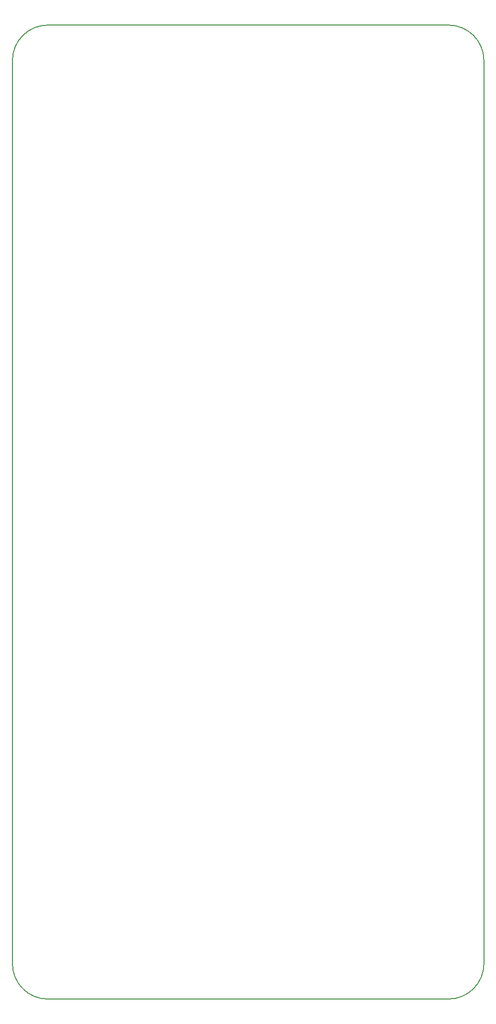
<source format=gbr>
%TF.GenerationSoftware,KiCad,Pcbnew,(6.0.7)*%
%TF.CreationDate,2022-10-02T21:12:28-04:00*%
%TF.ProjectId,Calculator,43616c63-756c-4617-946f-722e6b696361,rev?*%
%TF.SameCoordinates,Original*%
%TF.FileFunction,Profile,NP*%
%FSLAX46Y46*%
G04 Gerber Fmt 4.6, Leading zero omitted, Abs format (unit mm)*
G04 Created by KiCad (PCBNEW (6.0.7)) date 2022-10-02 21:12:28*
%MOMM*%
%LPD*%
G01*
G04 APERTURE LIST*
%TA.AperFunction,Profile*%
%ADD10C,0.200000*%
%TD*%
G04 APERTURE END LIST*
D10*
X57875000Y-187125000D02*
X125875000Y-187125000D01*
X125875000Y-187125000D02*
G75*
G03*
X131875000Y-181125000I0J6000000D01*
G01*
X131875000Y-28125000D02*
G75*
G03*
X125875000Y-22125000I-6000000J0D01*
G01*
X57875000Y-22125000D02*
G75*
G03*
X51875000Y-28125000I0J-6000000D01*
G01*
X51875000Y-181125000D02*
G75*
G03*
X57875000Y-187125000I6000000J0D01*
G01*
X51875000Y-28125000D02*
X51875000Y-181125000D01*
X125875000Y-22125000D02*
X57875000Y-22125000D01*
X131875000Y-181125000D02*
X131875000Y-28125000D01*
M02*

</source>
